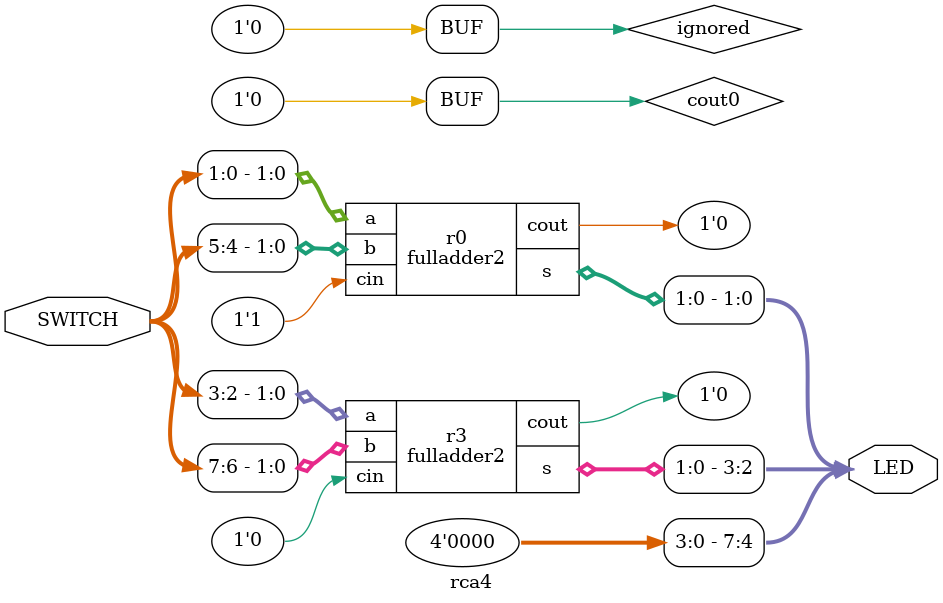
<source format=sv>
`timescale 1ns / 1ns

`default_nettype none

/* A half-adder that adds two 1-bit numbers and produces a 2-bit result (as sum
 * and carry-out) */
module halfadder(input wire  a,
                 input wire  b,
                 output wire s,
                 output wire cout);
   assign s = a ^ b;
   assign cout = a & b;
endmodule

/* A full adder adds three 1-bit numbers (a, b, carry-in) and produces a 2-bit
 * result (as sum and carry-out) */
module fulladder(input wire  cin,
                 input wire  a,
                 input wire  b,
                 output wire s,
                 output wire cout);
   wire s_tmp, cout_tmp1, cout_tmp2;
   halfadder h0(.a(a), .b(b), .s(s_tmp), .cout(cout_tmp1));
   halfadder h1(.a(s_tmp), .b(cin), .s(s), .cout(cout_tmp2));
   assign cout = cout_tmp1 | cout_tmp2;
endmodule

/* A full adder that adds 2-bit numbers. Builds upon the 1-bit full adder. */
module fulladder2(input wire        cin,
                  input wire  [1:0] a,
                  input wire  [1:0] b,
                  output wire [1:0] s,
                  output wire cout);
   wire cout_tmp;
   fulladder a0(.cin(cin), .a(a[0]), .b(b[0]), .s(s[0]), .cout(cout_tmp));
   fulladder a1(.cin(cout_tmp), .a(a[1]), .b(b[1]), .s(s[1]), .cout(cout));
endmodule

/* 4-bit ripple-carry adder that adds two 4-bit numbers (taken from the
 * ZedBoard's switches) and produces a 4-bit result (displayed on the ZedBoard's
 * LEDs) */
module rca4(input wire  [7:0] SWITCH,
            output wire [7:0] LED);
   wire cout0 = 1'b0; 
   wire ignored = 1'b0;

   fulladder2 r0(.cin(1'b1), .a(SWITCH[1:0]), .b(SWITCH[5:4]), .s(LED[1:0]), .cout(cout0));
   fulladder2 r3(.cin(cout0), .a(SWITCH[3:2]), .b(SWITCH[7:6]), .s(LED[3:2]), .cout(ignored));
   
   assign LED[7:4] = 4'h0;
endmodule

</source>
